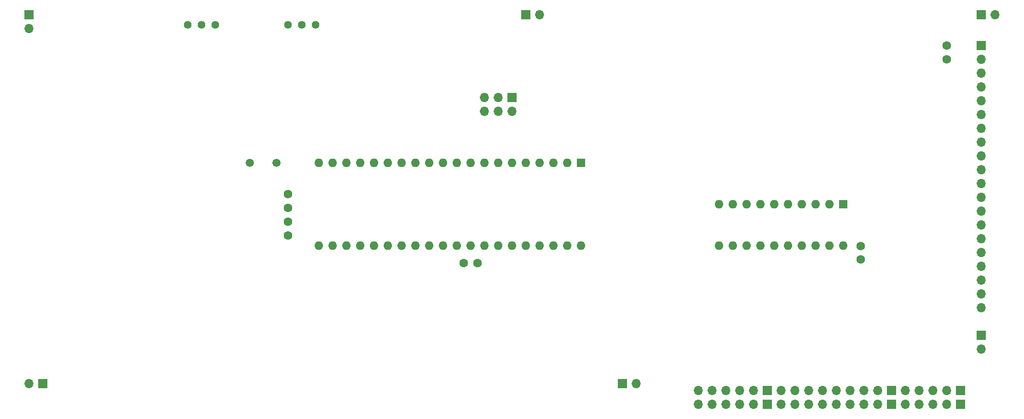
<source format=gbr>
%TF.GenerationSoftware,KiCad,Pcbnew,7.0.10*%
%TF.CreationDate,2024-08-03T18:46:40-06:00*%
%TF.ProjectId,display_card_bottom,64697370-6c61-4795-9f63-6172645f626f,rev?*%
%TF.SameCoordinates,Original*%
%TF.FileFunction,Soldermask,Top*%
%TF.FilePolarity,Negative*%
%FSLAX46Y46*%
G04 Gerber Fmt 4.6, Leading zero omitted, Abs format (unit mm)*
G04 Created by KiCad (PCBNEW 7.0.10) date 2024-08-03 18:46:40*
%MOMM*%
%LPD*%
G01*
G04 APERTURE LIST*
%ADD10R,1.700000X1.700000*%
%ADD11O,1.700000X1.700000*%
%ADD12R,1.600000X1.600000*%
%ADD13O,1.600000X1.600000*%
%ADD14C,1.440000*%
%ADD15C,1.600000*%
%ADD16C,1.500000*%
G04 APERTURE END LIST*
D10*
%TO.C,20pin conn.*%
X703569840Y-441309840D03*
X703569840Y-443849840D03*
D11*
X701029840Y-441309840D03*
X701029840Y-443849840D03*
X698489840Y-441309840D03*
X698489840Y-443849840D03*
X695949840Y-441309840D03*
X695949840Y-443849840D03*
X693409840Y-441309840D03*
X693409840Y-443849840D03*
D10*
X690869840Y-441309840D03*
X690869840Y-443849840D03*
D11*
X688329840Y-441309840D03*
X688329840Y-443849840D03*
X685789840Y-441309840D03*
X685789840Y-443849840D03*
X683249840Y-441309840D03*
X683249840Y-443849840D03*
X680709840Y-441309840D03*
X680709840Y-443849840D03*
X678169840Y-441309840D03*
X678169840Y-443849840D03*
X675629840Y-441309840D03*
X675629840Y-443849840D03*
X673089840Y-441309840D03*
X673089840Y-443849840D03*
X670549840Y-441309840D03*
X670549840Y-443849840D03*
D10*
X668009840Y-441309840D03*
X668009840Y-443849840D03*
D11*
X665469840Y-441309840D03*
X665469840Y-443849840D03*
X662929840Y-441309840D03*
X662929840Y-443849840D03*
X660389840Y-441309840D03*
X660389840Y-443849840D03*
X657849840Y-441309840D03*
X657849840Y-443849840D03*
X655309840Y-441309840D03*
X655309840Y-443849840D03*
%TD*%
D12*
%TO.C,ATmega644 MCU*%
X633730000Y-399410000D03*
D13*
X631190000Y-399410000D03*
X628650000Y-399410000D03*
X626110000Y-399410000D03*
X623570000Y-399410000D03*
X621030000Y-399410000D03*
X618490000Y-399410000D03*
X615950000Y-399410000D03*
X613410000Y-399410000D03*
X610870000Y-399410000D03*
X608330000Y-399410000D03*
X605790000Y-399410000D03*
X603250000Y-399410000D03*
X600710000Y-399410000D03*
X598170000Y-399410000D03*
X595630000Y-399410000D03*
X593090000Y-399410000D03*
X590550000Y-399410000D03*
X588010000Y-399410000D03*
X585470000Y-399410000D03*
X585470000Y-414650000D03*
X588010000Y-414650000D03*
X590550000Y-414650000D03*
X593090000Y-414650000D03*
X595630000Y-414650000D03*
X598170000Y-414650000D03*
X600710000Y-414650000D03*
X603250000Y-414650000D03*
X605790000Y-414650000D03*
X608330000Y-414650000D03*
X610870000Y-414650000D03*
X615950000Y-414650000D03*
X618490000Y-414650000D03*
X621030000Y-414650000D03*
X623570000Y-414650000D03*
X626110000Y-414650000D03*
X628650000Y-414650000D03*
X631190000Y-414650000D03*
X633730000Y-414650000D03*
X613410000Y-414650000D03*
%TD*%
D14*
%TO.C, *%
X579755000Y-374010000D03*
X582295000Y-374010000D03*
X584835000Y-374010000D03*
%TD*%
D10*
%TO.C,REF\u002A\u002A*%
X641345000Y-440050000D03*
D11*
X643885000Y-440050000D03*
%TD*%
D15*
%TO.C,20pf*%
X579755000Y-410225000D03*
X579755000Y-412725000D03*
%TD*%
D12*
%TO.C,74245*%
X681990000Y-407030000D03*
D13*
X679450000Y-407030000D03*
X676910000Y-407030000D03*
X674370000Y-407030000D03*
X671830000Y-407030000D03*
X669290000Y-407030000D03*
X666750000Y-407030000D03*
X664210000Y-407030000D03*
X661670000Y-407030000D03*
X659130000Y-407030000D03*
X659130000Y-414650000D03*
X661670000Y-414650000D03*
X664210000Y-414650000D03*
X666750000Y-414650000D03*
X669290000Y-414650000D03*
X671830000Y-414650000D03*
X674370000Y-414650000D03*
X676910000Y-414650000D03*
X679450000Y-414650000D03*
X681990000Y-414650000D03*
%TD*%
D10*
%TO.C, *%
X532130000Y-372105000D03*
D11*
X532130000Y-374645000D03*
%TD*%
D15*
%TO.C,0.1uf*%
X685165000Y-417190000D03*
X685165000Y-414690000D03*
%TD*%
D10*
%TO.C,REF\u002A\u002A*%
X623565000Y-372105000D03*
D11*
X626105000Y-372105000D03*
%TD*%
D10*
%TO.C, *%
X534670000Y-440050000D03*
D11*
X532130000Y-440050000D03*
%TD*%
D15*
%TO.C,0.1uf*%
X612140000Y-417825000D03*
X614640000Y-417825000D03*
%TD*%
D14*
%TO.C, *%
X561340000Y-374010000D03*
X563880000Y-374010000D03*
X566420000Y-374010000D03*
%TD*%
D10*
%TO.C,ISP*%
X621030000Y-387345000D03*
D11*
X621030000Y-389885000D03*
X618490000Y-389885000D03*
X615950000Y-387345000D03*
X615950000Y-389885000D03*
X618490000Y-387345000D03*
%TD*%
D10*
%TO.C,REF\u002A\u002A*%
X707385000Y-372105000D03*
D11*
X709925000Y-372105000D03*
%TD*%
D10*
%TO.C, *%
X707390000Y-431155000D03*
D11*
X707390000Y-433695000D03*
%TD*%
D16*
%TO.C,OSC*%
X577670000Y-399410000D03*
X572770000Y-399410000D03*
%TD*%
D15*
%TO.C,20pf*%
X579755000Y-407645000D03*
X579755000Y-405145000D03*
%TD*%
%TO.C,0.1uf*%
X701040000Y-377825000D03*
X701040000Y-380325000D03*
%TD*%
D10*
%TO.C, *%
X707385000Y-377820000D03*
D11*
X707385000Y-380360000D03*
X707385000Y-382900000D03*
X707385000Y-385440000D03*
X707385000Y-387980000D03*
X707385000Y-390520000D03*
X707385000Y-393060000D03*
X707385000Y-395600000D03*
X707385000Y-398140000D03*
X707385000Y-400680000D03*
X707385000Y-403220000D03*
X707385000Y-405760000D03*
X707385000Y-408300000D03*
X707385000Y-410840000D03*
X707385000Y-413380000D03*
X707385000Y-415920000D03*
X707385000Y-418460000D03*
X707385000Y-421000000D03*
X707385000Y-423540000D03*
X707385000Y-426080000D03*
%TD*%
M02*

</source>
